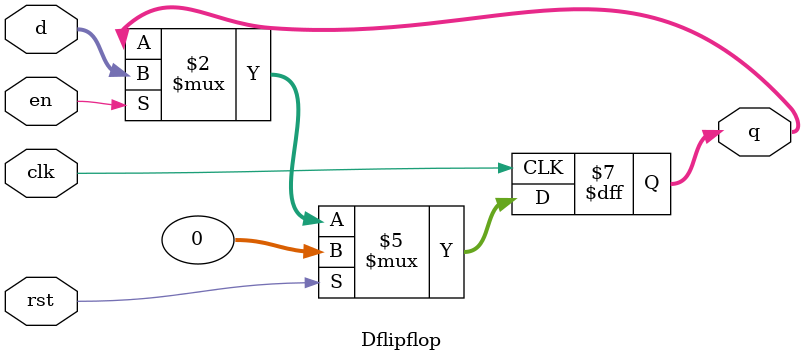
<source format=sv>
module lab1 #
(
	parameter WIDTHIN = 16,		// Input format is Q2.14 (2 integer bits + 14 fractional bits = 16 bits)
	parameter WIDTHOUT = 32,	// Intermediate/Output format is Q7.25 (7 integer bits + 25 fractional bits = 32 bits)
	// Taylor coefficients for the first five terms in Q2.14 format
	parameter [WIDTHIN-1:0] A0 = 16'b01_00000000000000, // a0 = 1
	parameter [WIDTHIN-1:0] A1 = 16'b01_00000000000000, // a1 = 1
	parameter [WIDTHIN-1:0] A2 = 16'b00_10000000000000, // a2 = 1/2
	parameter [WIDTHIN-1:0] A3 = 16'b00_00101010101010, // a3 = 1/6
	parameter [WIDTHIN-1:0] A4 = 16'b00_00001010101010, // a4 = 1/24
	parameter [WIDTHIN-1:0] A5 = 16'b00_00000010001000  // a5 = 1/120
)
(
	input clk,
	input reset,	
	
	input i_valid,
	input i_ready,
	output o_valid,
	output o_ready,
	
	input [WIDTHIN-1:0] i_x,
	output [WIDTHOUT-1:0] o_y
);
//Output value could overflow (32-bit output, and 16-bit inputs multiplied
//together repeatedly).  Don't worry about that -- assume that only the bottom
//32 bits are of interest, and keep them.
logic [WIDTHIN-1:0] x;	// Register to hold input X
logic [WIDTHOUT-1:0] y_Q;	// Register to hold output Y
logic valid_Q1;		// Output of register x is valid
logic valid_Q2;		// Output of register y is valid

// Registers used for i_valid signals propagation
logic reg1;
logic reg2;
logic reg3;
logic reg4;
logic reg5;

// signal for enabling sequential circuit elements
logic enable;

// Signals for computing the y output
logic [WIDTHOUT-1:0] m0_out; // A5 * x
logic [WIDTHOUT-1:0] a0_out; // A5 * x + A4
logic [WIDTHOUT-1:0] m1_out; // (A5 * x + A4) * x
logic [WIDTHOUT-1:0] a1_out; // (A5 * x + A4) * x + A3
logic [WIDTHOUT-1:0] m2_out; // ((A5 * x + A4) * x + A3) * x
logic [WIDTHOUT-1:0] a2_out; // ((A5 * x + A4) * x + A3) * x + A2
logic [WIDTHOUT-1:0] m3_out; // (((A5 * x + A4) * x + A3) * x + A2) * x
logic [WIDTHOUT-1:0] a3_out; // (((A5 * x + A4) * x + A3) * x + A2) * x + A1
logic [WIDTHOUT-1:0] m4_out; // ((((A5 * x + A4) * x + A3) * x + A2) * x + A1) * x
logic [WIDTHOUT-1:0] a4_out; // ((((A5 * x + A4) * x + A3) * x + A2) * x + A1) * x + A0
logic [WIDTHOUT-1:0] y_D;

// Registers to hold flipflop output values
logic [WIDTHIN-1:0] d0_out;
logic [WIDTHOUT-1:0] d1_out;
logic [WIDTHIN-1:0] d2_out;
logic [WIDTHOUT-1:0] d3_out;
logic [WIDTHIN-1:0] d4_out;
logic [WIDTHOUT-1:0] d5_out;
logic [WIDTHIN-1:0] d6_out;
logic [WIDTHOUT-1:0] d7_out;
logic [WIDTHIN-1:0] d8_out;

// compute y value
//D flipflop at inital stage
Dflipflop #(.width(WIDTHIN)) flip1 (.clk(clk), .rst(reset), .en(enable), .d(x), .q(d0_out));
mult16x16 Mult0 (.i_dataa(A5), 		.i_datab(d0_out), 	.o_res(m0_out));
addr32p16 Addr0 (.i_dataa(m0_out), 	.i_datab(A4), 	.o_res(a0_out));// flipflop after each adder
Dflipflop #(.width(WIDTHOUT)) flip2 (.clk(clk), .rst(reset), .en(enable), .d(a0_out), .q(d1_out));
//flipflop before every x input to the consequent multipliers
Dflipflop #(.width(WIDTHIN)) flip3 (.clk(clk), .rst(reset), .en(enable), .d(d0_out), .q(d2_out));
mult32x16 Mult1 (.i_dataa(d1_out), 	.i_datab(d2_out), 	.o_res(m1_out));
addr32p16 Addr1 (.i_dataa(m1_out), 	.i_datab(A3), 	.o_res(a1_out));// flipflop after each adder
Dflipflop #(.width(WIDTHOUT)) flip4 (.clk(clk), .rst(reset), .en(enable), .d(a1_out), .q(d3_out));
//flipflop before every x input to the consequent multipliers
Dflipflop #(.width(WIDTHIN)) flip5 (.clk(clk), .rst(reset), .en(enable), .d(d2_out), .q(d4_out));
mult32x16 Mult2 (.i_dataa(d3_out), 	.i_datab(d4_out), 	.o_res(m2_out));
addr32p16 Addr2 (.i_dataa(m2_out), 	.i_datab(A2), 	.o_res(a2_out));// flipflop after each adder
Dflipflop #(.width(WIDTHOUT)) flip6 (.clk(clk), .rst(reset), .en(enable), .d(a2_out), .q(d5_out));
//flipflop before every x input to the consequent multipliers
Dflipflop #(.width(WIDTHIN)) flip7 (.clk(clk), .rst(reset), .en(enable), .d(d4_out), .q(d6_out));
mult32x16 Mult3 (.i_dataa(d5_out), 	.i_datab(d6_out), 	.o_res(m3_out));
addr32p16 Addr3 (.i_dataa(m3_out), 	.i_datab(A1), 	.o_res(a3_out));// flipflop after each adder
Dflipflop #(.width(WIDTHOUT)) flip8 (.clk(clk), .rst(reset), .en(enable), .d(a3_out), .q(d7_out));
//flipflop before every x input to the consequent multipliers
Dflipflop #(.width(WIDTHIN)) flip9 (.clk(clk), .rst(reset), .en(enable), .d(d6_out), .q(d8_out));
mult32x16 Mult4 (.i_dataa(d7_out), 	.i_datab(d8_out), 	.o_res(m4_out));
addr32p16 Addr4 (.i_dataa(m4_out), 	.i_datab(A0), 	.o_res(a4_out));
//Final output
assign y_D = a4_out;

// Combinational logic
always_comb begin
	// signal for enable
	enable = i_ready;
end

// Infer the registers
always_ff @(posedge clk or posedge reset) begin
	if (reset) begin
		valid_Q1 <= 1'b0;
		reg1 <= 1'b0;
		reg2 <= 1'b0;
		reg3 <= 1'b0;
		reg4 <= 1'b0;
		reg5 <= 1'b0;
		valid_Q2 <= 1'b0;
		
		x <= 0;
		y_Q <= 0;
	end else if (enable) begin
		// propagate the valid value
		valid_Q1 <= i_valid;
		reg1 <=valid_Q1;
		reg2 <= reg1;
		reg3 <= reg2;
		reg4 <= reg3;
		reg5 <= reg4;
		valid_Q2 <= reg5;
		
		// read in new x value
		x <= i_x;
		
		// output computed y value
		y_Q <= y_D;
	end
end

// assign outputs
assign o_y = y_Q;
// ready for inputs as long as receiver is ready for outputs */
assign o_ready = i_ready;   		
// the output is valid as long as the corresponding input was valid and 
//	the receiver is ready. If the receiver isn't ready, the computed output
//	will still remain on the register outputs and the circuit will resume
//  normal operation when the receiver is ready again (i_ready is high)
assign o_valid = valid_Q2 & i_ready;	

endmodule

/*******************************************************************************************/

// Multiplier module for the first 16x16 multiplication
module mult16x16 (
	input  [15:0] i_dataa,
	input  [15:0] i_datab,
	output [31:0] o_res
);

logic [31:0] result;

always_comb begin
	result = i_dataa * i_datab;
end

// The result of Q2.14 x Q2.14 is in the Q4.28 format. Therefore we need to change it
// to the Q7.25 format specified in the assignment by shifting right and padding with zeros.
assign o_res = {3'b000, result[31:3]};

endmodule

/*******************************************************************************************/

// Multiplier module for all the remaining 32x16 multiplications
module mult32x16 (
	input  [31:0] i_dataa,
	input  [15:0] i_datab,
	output [31:0] o_res
);

logic [47:0] result;

always_comb begin
	result = i_dataa * i_datab;
end

// The result of Q7.25 x Q2.14 is in the Q9.39 format. Therefore we need to change it
// to the Q7.25 format specified in the assignment by selecting the appropriate bits
// (i.e. dropping the most-significant 2 bits and least-significant 14 bits).
assign o_res = result[45:14];

endmodule

/*******************************************************************************************/

// Adder module for all the 32b+16b addition operations 
module addr32p16 (
	input [31:0] i_dataa,
	input [15:0] i_datab,
	output [31:0] o_res
);

// The 16-bit Q2.14 input needs to be aligned with the 32-bit Q7.25 input by zero padding
assign o_res = i_dataa + {5'b00000, i_datab, 11'b00000000000};

endmodule

/*******************************************************************************************/
//D-flipflop
module Dflipflop #(parameter width = 32)
(
	input [width-1:0] d,
	input clk,
	input rst,
	input en,
	output logic [width-1:0] q
);

always_ff @(posedge clk) 
begin
	if (rst)
		q <= 0;
	else if (en)
		q <= d;
end
endmodule
</source>
